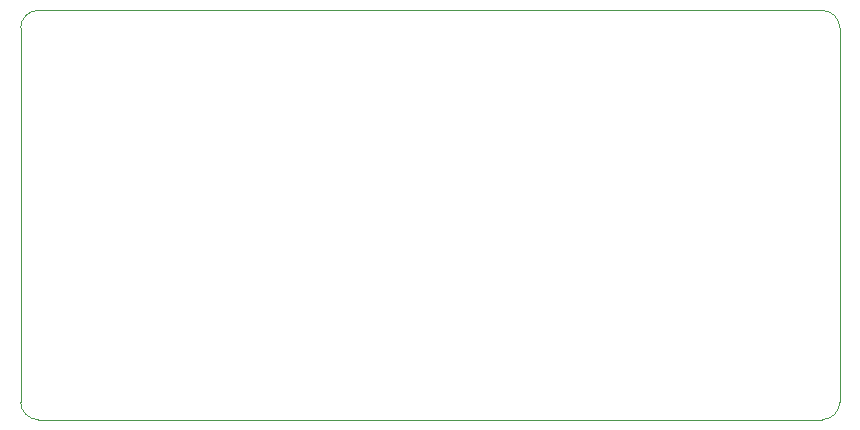
<source format=gbr>
%TF.GenerationSoftware,Altium Limited,Altium Designer,24.1.2 (44)*%
G04 Layer_Color=0*
%FSLAX45Y45*%
%MOMM*%
%TF.SameCoordinates,DF2DA703-92E4-466D-A55C-C96BEC28C730*%
%TF.FilePolarity,Positive*%
%TF.FileFunction,Profile,NP*%
%TF.Part,Single*%
G01*
G75*
%TA.AperFunction,Profile*%
%ADD80C,0.02540*%
D80*
X6250000Y5202500D02*
G03*
X6400000Y5052500I150000J0D01*
G01*
X13035001D01*
D02*
G03*
X13185001Y5202500I0J150000D01*
G01*
Y8367500D01*
D02*
G03*
X13035001Y8517500I-150000J0D01*
G01*
X6400000D01*
D02*
G03*
X6250000Y8367500I0J-150000D01*
G01*
Y5202500D01*
%TF.MD5,50c211c95f91f85114cadf1a0ae45b37*%
M02*

</source>
